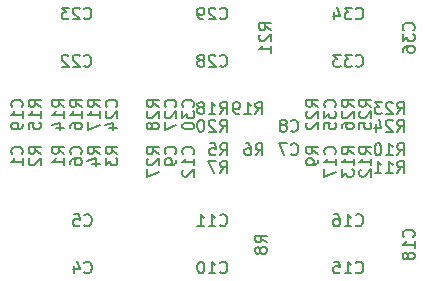
<source format=gbr>
G04 #@! TF.GenerationSoftware,KiCad,Pcbnew,(5.0.1)-rc2*
G04 #@! TF.CreationDate,2019-04-28T00:00:37+02:00*
G04 #@! TF.ProjectId,RIAA,524941412E6B696361645F7063620000,rev?*
G04 #@! TF.SameCoordinates,Original*
G04 #@! TF.FileFunction,Legend,Bot*
G04 #@! TF.FilePolarity,Positive*
%FSLAX46Y46*%
G04 Gerber Fmt 4.6, Leading zero omitted, Abs format (unit mm)*
G04 Created by KiCad (PCBNEW (5.0.1)-rc2) date 28-04-2019 00:00:37*
%MOMM*%
%LPD*%
G01*
G04 APERTURE LIST*
%ADD10C,0.150000*%
G04 APERTURE END LIST*
G04 #@! TO.C,C1*
D10*
X133357142Y-105833333D02*
X133404761Y-105785714D01*
X133452380Y-105642857D01*
X133452380Y-105547619D01*
X133404761Y-105404761D01*
X133309523Y-105309523D01*
X133214285Y-105261904D01*
X133023809Y-105214285D01*
X132880952Y-105214285D01*
X132690476Y-105261904D01*
X132595238Y-105309523D01*
X132500000Y-105404761D01*
X132452380Y-105547619D01*
X132452380Y-105642857D01*
X132500000Y-105785714D01*
X132547619Y-105833333D01*
X133452380Y-106785714D02*
X133452380Y-106214285D01*
X133452380Y-106500000D02*
X132452380Y-106500000D01*
X132595238Y-106404761D01*
X132690476Y-106309523D01*
X132738095Y-106214285D01*
G04 #@! TO.C,C5*
X138666666Y-111857142D02*
X138714285Y-111904761D01*
X138857142Y-111952380D01*
X138952380Y-111952380D01*
X139095238Y-111904761D01*
X139190476Y-111809523D01*
X139238095Y-111714285D01*
X139285714Y-111523809D01*
X139285714Y-111380952D01*
X139238095Y-111190476D01*
X139190476Y-111095238D01*
X139095238Y-111000000D01*
X138952380Y-110952380D01*
X138857142Y-110952380D01*
X138714285Y-111000000D01*
X138666666Y-111047619D01*
X137761904Y-110952380D02*
X138238095Y-110952380D01*
X138285714Y-111428571D01*
X138238095Y-111380952D01*
X138142857Y-111333333D01*
X137904761Y-111333333D01*
X137809523Y-111380952D01*
X137761904Y-111428571D01*
X137714285Y-111523809D01*
X137714285Y-111761904D01*
X137761904Y-111857142D01*
X137809523Y-111904761D01*
X137904761Y-111952380D01*
X138142857Y-111952380D01*
X138238095Y-111904761D01*
X138285714Y-111857142D01*
G04 #@! TO.C,C6*
X138357142Y-105833333D02*
X138404761Y-105785714D01*
X138452380Y-105642857D01*
X138452380Y-105547619D01*
X138404761Y-105404761D01*
X138309523Y-105309523D01*
X138214285Y-105261904D01*
X138023809Y-105214285D01*
X137880952Y-105214285D01*
X137690476Y-105261904D01*
X137595238Y-105309523D01*
X137500000Y-105404761D01*
X137452380Y-105547619D01*
X137452380Y-105642857D01*
X137500000Y-105785714D01*
X137547619Y-105833333D01*
X137452380Y-106690476D02*
X137452380Y-106500000D01*
X137500000Y-106404761D01*
X137547619Y-106357142D01*
X137690476Y-106261904D01*
X137880952Y-106214285D01*
X138261904Y-106214285D01*
X138357142Y-106261904D01*
X138404761Y-106309523D01*
X138452380Y-106404761D01*
X138452380Y-106595238D01*
X138404761Y-106690476D01*
X138357142Y-106738095D01*
X138261904Y-106785714D01*
X138023809Y-106785714D01*
X137928571Y-106738095D01*
X137880952Y-106690476D01*
X137833333Y-106595238D01*
X137833333Y-106404761D01*
X137880952Y-106309523D01*
X137928571Y-106261904D01*
X138023809Y-106214285D01*
G04 #@! TO.C,C11*
X150142857Y-111857142D02*
X150190476Y-111904761D01*
X150333333Y-111952380D01*
X150428571Y-111952380D01*
X150571428Y-111904761D01*
X150666666Y-111809523D01*
X150714285Y-111714285D01*
X150761904Y-111523809D01*
X150761904Y-111380952D01*
X150714285Y-111190476D01*
X150666666Y-111095238D01*
X150571428Y-111000000D01*
X150428571Y-110952380D01*
X150333333Y-110952380D01*
X150190476Y-111000000D01*
X150142857Y-111047619D01*
X149190476Y-111952380D02*
X149761904Y-111952380D01*
X149476190Y-111952380D02*
X149476190Y-110952380D01*
X149571428Y-111095238D01*
X149666666Y-111190476D01*
X149761904Y-111238095D01*
X148238095Y-111952380D02*
X148809523Y-111952380D01*
X148523809Y-111952380D02*
X148523809Y-110952380D01*
X148619047Y-111095238D01*
X148714285Y-111190476D01*
X148809523Y-111238095D01*
G04 #@! TO.C,C15*
X161642857Y-115857142D02*
X161690476Y-115904761D01*
X161833333Y-115952380D01*
X161928571Y-115952380D01*
X162071428Y-115904761D01*
X162166666Y-115809523D01*
X162214285Y-115714285D01*
X162261904Y-115523809D01*
X162261904Y-115380952D01*
X162214285Y-115190476D01*
X162166666Y-115095238D01*
X162071428Y-115000000D01*
X161928571Y-114952380D01*
X161833333Y-114952380D01*
X161690476Y-115000000D01*
X161642857Y-115047619D01*
X160690476Y-115952380D02*
X161261904Y-115952380D01*
X160976190Y-115952380D02*
X160976190Y-114952380D01*
X161071428Y-115095238D01*
X161166666Y-115190476D01*
X161261904Y-115238095D01*
X159785714Y-114952380D02*
X160261904Y-114952380D01*
X160309523Y-115428571D01*
X160261904Y-115380952D01*
X160166666Y-115333333D01*
X159928571Y-115333333D01*
X159833333Y-115380952D01*
X159785714Y-115428571D01*
X159738095Y-115523809D01*
X159738095Y-115761904D01*
X159785714Y-115857142D01*
X159833333Y-115904761D01*
X159928571Y-115952380D01*
X160166666Y-115952380D01*
X160261904Y-115904761D01*
X160309523Y-115857142D01*
G04 #@! TO.C,C16*
X161642857Y-111857142D02*
X161690476Y-111904761D01*
X161833333Y-111952380D01*
X161928571Y-111952380D01*
X162071428Y-111904761D01*
X162166666Y-111809523D01*
X162214285Y-111714285D01*
X162261904Y-111523809D01*
X162261904Y-111380952D01*
X162214285Y-111190476D01*
X162166666Y-111095238D01*
X162071428Y-111000000D01*
X161928571Y-110952380D01*
X161833333Y-110952380D01*
X161690476Y-111000000D01*
X161642857Y-111047619D01*
X160690476Y-111952380D02*
X161261904Y-111952380D01*
X160976190Y-111952380D02*
X160976190Y-110952380D01*
X161071428Y-111095238D01*
X161166666Y-111190476D01*
X161261904Y-111238095D01*
X159833333Y-110952380D02*
X160023809Y-110952380D01*
X160119047Y-111000000D01*
X160166666Y-111047619D01*
X160261904Y-111190476D01*
X160309523Y-111380952D01*
X160309523Y-111761904D01*
X160261904Y-111857142D01*
X160214285Y-111904761D01*
X160119047Y-111952380D01*
X159928571Y-111952380D01*
X159833333Y-111904761D01*
X159785714Y-111857142D01*
X159738095Y-111761904D01*
X159738095Y-111523809D01*
X159785714Y-111428571D01*
X159833333Y-111380952D01*
X159928571Y-111333333D01*
X160119047Y-111333333D01*
X160214285Y-111380952D01*
X160261904Y-111428571D01*
X160309523Y-111523809D01*
G04 #@! TO.C,C22*
X138642857Y-98357142D02*
X138690476Y-98404761D01*
X138833333Y-98452380D01*
X138928571Y-98452380D01*
X139071428Y-98404761D01*
X139166666Y-98309523D01*
X139214285Y-98214285D01*
X139261904Y-98023809D01*
X139261904Y-97880952D01*
X139214285Y-97690476D01*
X139166666Y-97595238D01*
X139071428Y-97500000D01*
X138928571Y-97452380D01*
X138833333Y-97452380D01*
X138690476Y-97500000D01*
X138642857Y-97547619D01*
X138261904Y-97547619D02*
X138214285Y-97500000D01*
X138119047Y-97452380D01*
X137880952Y-97452380D01*
X137785714Y-97500000D01*
X137738095Y-97547619D01*
X137690476Y-97642857D01*
X137690476Y-97738095D01*
X137738095Y-97880952D01*
X138309523Y-98452380D01*
X137690476Y-98452380D01*
X137309523Y-97547619D02*
X137261904Y-97500000D01*
X137166666Y-97452380D01*
X136928571Y-97452380D01*
X136833333Y-97500000D01*
X136785714Y-97547619D01*
X136738095Y-97642857D01*
X136738095Y-97738095D01*
X136785714Y-97880952D01*
X137357142Y-98452380D01*
X136738095Y-98452380D01*
G04 #@! TO.C,C28*
X150142857Y-98357142D02*
X150190476Y-98404761D01*
X150333333Y-98452380D01*
X150428571Y-98452380D01*
X150571428Y-98404761D01*
X150666666Y-98309523D01*
X150714285Y-98214285D01*
X150761904Y-98023809D01*
X150761904Y-97880952D01*
X150714285Y-97690476D01*
X150666666Y-97595238D01*
X150571428Y-97500000D01*
X150428571Y-97452380D01*
X150333333Y-97452380D01*
X150190476Y-97500000D01*
X150142857Y-97547619D01*
X149761904Y-97547619D02*
X149714285Y-97500000D01*
X149619047Y-97452380D01*
X149380952Y-97452380D01*
X149285714Y-97500000D01*
X149238095Y-97547619D01*
X149190476Y-97642857D01*
X149190476Y-97738095D01*
X149238095Y-97880952D01*
X149809523Y-98452380D01*
X149190476Y-98452380D01*
X148619047Y-97880952D02*
X148714285Y-97833333D01*
X148761904Y-97785714D01*
X148809523Y-97690476D01*
X148809523Y-97642857D01*
X148761904Y-97547619D01*
X148714285Y-97500000D01*
X148619047Y-97452380D01*
X148428571Y-97452380D01*
X148333333Y-97500000D01*
X148285714Y-97547619D01*
X148238095Y-97642857D01*
X148238095Y-97690476D01*
X148285714Y-97785714D01*
X148333333Y-97833333D01*
X148428571Y-97880952D01*
X148619047Y-97880952D01*
X148714285Y-97928571D01*
X148761904Y-97976190D01*
X148809523Y-98071428D01*
X148809523Y-98261904D01*
X148761904Y-98357142D01*
X148714285Y-98404761D01*
X148619047Y-98452380D01*
X148428571Y-98452380D01*
X148333333Y-98404761D01*
X148285714Y-98357142D01*
X148238095Y-98261904D01*
X148238095Y-98071428D01*
X148285714Y-97976190D01*
X148333333Y-97928571D01*
X148428571Y-97880952D01*
G04 #@! TO.C,C29*
X150142857Y-94357142D02*
X150190476Y-94404761D01*
X150333333Y-94452380D01*
X150428571Y-94452380D01*
X150571428Y-94404761D01*
X150666666Y-94309523D01*
X150714285Y-94214285D01*
X150761904Y-94023809D01*
X150761904Y-93880952D01*
X150714285Y-93690476D01*
X150666666Y-93595238D01*
X150571428Y-93500000D01*
X150428571Y-93452380D01*
X150333333Y-93452380D01*
X150190476Y-93500000D01*
X150142857Y-93547619D01*
X149761904Y-93547619D02*
X149714285Y-93500000D01*
X149619047Y-93452380D01*
X149380952Y-93452380D01*
X149285714Y-93500000D01*
X149238095Y-93547619D01*
X149190476Y-93642857D01*
X149190476Y-93738095D01*
X149238095Y-93880952D01*
X149809523Y-94452380D01*
X149190476Y-94452380D01*
X148714285Y-94452380D02*
X148523809Y-94452380D01*
X148428571Y-94404761D01*
X148380952Y-94357142D01*
X148285714Y-94214285D01*
X148238095Y-94023809D01*
X148238095Y-93642857D01*
X148285714Y-93547619D01*
X148333333Y-93500000D01*
X148428571Y-93452380D01*
X148619047Y-93452380D01*
X148714285Y-93500000D01*
X148761904Y-93547619D01*
X148809523Y-93642857D01*
X148809523Y-93880952D01*
X148761904Y-93976190D01*
X148714285Y-94023809D01*
X148619047Y-94071428D01*
X148428571Y-94071428D01*
X148333333Y-94023809D01*
X148285714Y-93976190D01*
X148238095Y-93880952D01*
G04 #@! TO.C,C30*
X147857142Y-101857142D02*
X147904761Y-101809523D01*
X147952380Y-101666666D01*
X147952380Y-101571428D01*
X147904761Y-101428571D01*
X147809523Y-101333333D01*
X147714285Y-101285714D01*
X147523809Y-101238095D01*
X147380952Y-101238095D01*
X147190476Y-101285714D01*
X147095238Y-101333333D01*
X147000000Y-101428571D01*
X146952380Y-101571428D01*
X146952380Y-101666666D01*
X147000000Y-101809523D01*
X147047619Y-101857142D01*
X146952380Y-102190476D02*
X146952380Y-102809523D01*
X147333333Y-102476190D01*
X147333333Y-102619047D01*
X147380952Y-102714285D01*
X147428571Y-102761904D01*
X147523809Y-102809523D01*
X147761904Y-102809523D01*
X147857142Y-102761904D01*
X147904761Y-102714285D01*
X147952380Y-102619047D01*
X147952380Y-102333333D01*
X147904761Y-102238095D01*
X147857142Y-102190476D01*
X146952380Y-103428571D02*
X146952380Y-103523809D01*
X147000000Y-103619047D01*
X147047619Y-103666666D01*
X147142857Y-103714285D01*
X147333333Y-103761904D01*
X147571428Y-103761904D01*
X147761904Y-103714285D01*
X147857142Y-103666666D01*
X147904761Y-103619047D01*
X147952380Y-103523809D01*
X147952380Y-103428571D01*
X147904761Y-103333333D01*
X147857142Y-103285714D01*
X147761904Y-103238095D01*
X147571428Y-103190476D01*
X147333333Y-103190476D01*
X147142857Y-103238095D01*
X147047619Y-103285714D01*
X147000000Y-103333333D01*
X146952380Y-103428571D01*
G04 #@! TO.C,R1*
X136952380Y-105833333D02*
X136476190Y-105500000D01*
X136952380Y-105261904D02*
X135952380Y-105261904D01*
X135952380Y-105642857D01*
X136000000Y-105738095D01*
X136047619Y-105785714D01*
X136142857Y-105833333D01*
X136285714Y-105833333D01*
X136380952Y-105785714D01*
X136428571Y-105738095D01*
X136476190Y-105642857D01*
X136476190Y-105261904D01*
X136952380Y-106785714D02*
X136952380Y-106214285D01*
X136952380Y-106500000D02*
X135952380Y-106500000D01*
X136095238Y-106404761D01*
X136190476Y-106309523D01*
X136238095Y-106214285D01*
G04 #@! TO.C,R2*
X134952380Y-105833333D02*
X134476190Y-105500000D01*
X134952380Y-105261904D02*
X133952380Y-105261904D01*
X133952380Y-105642857D01*
X134000000Y-105738095D01*
X134047619Y-105785714D01*
X134142857Y-105833333D01*
X134285714Y-105833333D01*
X134380952Y-105785714D01*
X134428571Y-105738095D01*
X134476190Y-105642857D01*
X134476190Y-105261904D01*
X134047619Y-106214285D02*
X134000000Y-106261904D01*
X133952380Y-106357142D01*
X133952380Y-106595238D01*
X134000000Y-106690476D01*
X134047619Y-106738095D01*
X134142857Y-106785714D01*
X134238095Y-106785714D01*
X134380952Y-106738095D01*
X134952380Y-106166666D01*
X134952380Y-106785714D01*
G04 #@! TO.C,R3*
X141452380Y-105833333D02*
X140976190Y-105500000D01*
X141452380Y-105261904D02*
X140452380Y-105261904D01*
X140452380Y-105642857D01*
X140500000Y-105738095D01*
X140547619Y-105785714D01*
X140642857Y-105833333D01*
X140785714Y-105833333D01*
X140880952Y-105785714D01*
X140928571Y-105738095D01*
X140976190Y-105642857D01*
X140976190Y-105261904D01*
X140452380Y-106166666D02*
X140452380Y-106785714D01*
X140833333Y-106452380D01*
X140833333Y-106595238D01*
X140880952Y-106690476D01*
X140928571Y-106738095D01*
X141023809Y-106785714D01*
X141261904Y-106785714D01*
X141357142Y-106738095D01*
X141404761Y-106690476D01*
X141452380Y-106595238D01*
X141452380Y-106309523D01*
X141404761Y-106214285D01*
X141357142Y-106166666D01*
G04 #@! TO.C,R4*
X139952380Y-105833333D02*
X139476190Y-105500000D01*
X139952380Y-105261904D02*
X138952380Y-105261904D01*
X138952380Y-105642857D01*
X139000000Y-105738095D01*
X139047619Y-105785714D01*
X139142857Y-105833333D01*
X139285714Y-105833333D01*
X139380952Y-105785714D01*
X139428571Y-105738095D01*
X139476190Y-105642857D01*
X139476190Y-105261904D01*
X139285714Y-106690476D02*
X139952380Y-106690476D01*
X138904761Y-106452380D02*
X139619047Y-106214285D01*
X139619047Y-106833333D01*
G04 #@! TO.C,R5*
X150166666Y-105952380D02*
X150500000Y-105476190D01*
X150738095Y-105952380D02*
X150738095Y-104952380D01*
X150357142Y-104952380D01*
X150261904Y-105000000D01*
X150214285Y-105047619D01*
X150166666Y-105142857D01*
X150166666Y-105285714D01*
X150214285Y-105380952D01*
X150261904Y-105428571D01*
X150357142Y-105476190D01*
X150738095Y-105476190D01*
X149261904Y-104952380D02*
X149738095Y-104952380D01*
X149785714Y-105428571D01*
X149738095Y-105380952D01*
X149642857Y-105333333D01*
X149404761Y-105333333D01*
X149309523Y-105380952D01*
X149261904Y-105428571D01*
X149214285Y-105523809D01*
X149214285Y-105761904D01*
X149261904Y-105857142D01*
X149309523Y-105904761D01*
X149404761Y-105952380D01*
X149642857Y-105952380D01*
X149738095Y-105904761D01*
X149785714Y-105857142D01*
G04 #@! TO.C,R6*
X153166666Y-105952380D02*
X153500000Y-105476190D01*
X153738095Y-105952380D02*
X153738095Y-104952380D01*
X153357142Y-104952380D01*
X153261904Y-105000000D01*
X153214285Y-105047619D01*
X153166666Y-105142857D01*
X153166666Y-105285714D01*
X153214285Y-105380952D01*
X153261904Y-105428571D01*
X153357142Y-105476190D01*
X153738095Y-105476190D01*
X152309523Y-104952380D02*
X152500000Y-104952380D01*
X152595238Y-105000000D01*
X152642857Y-105047619D01*
X152738095Y-105190476D01*
X152785714Y-105380952D01*
X152785714Y-105761904D01*
X152738095Y-105857142D01*
X152690476Y-105904761D01*
X152595238Y-105952380D01*
X152404761Y-105952380D01*
X152309523Y-105904761D01*
X152261904Y-105857142D01*
X152214285Y-105761904D01*
X152214285Y-105523809D01*
X152261904Y-105428571D01*
X152309523Y-105380952D01*
X152404761Y-105333333D01*
X152595238Y-105333333D01*
X152690476Y-105380952D01*
X152738095Y-105428571D01*
X152785714Y-105523809D01*
G04 #@! TO.C,R7*
X150166666Y-107452380D02*
X150500000Y-106976190D01*
X150738095Y-107452380D02*
X150738095Y-106452380D01*
X150357142Y-106452380D01*
X150261904Y-106500000D01*
X150214285Y-106547619D01*
X150166666Y-106642857D01*
X150166666Y-106785714D01*
X150214285Y-106880952D01*
X150261904Y-106928571D01*
X150357142Y-106976190D01*
X150738095Y-106976190D01*
X149833333Y-106452380D02*
X149166666Y-106452380D01*
X149595238Y-107452380D01*
G04 #@! TO.C,R8*
X154122380Y-113333333D02*
X153646190Y-113000000D01*
X154122380Y-112761904D02*
X153122380Y-112761904D01*
X153122380Y-113142857D01*
X153170000Y-113238095D01*
X153217619Y-113285714D01*
X153312857Y-113333333D01*
X153455714Y-113333333D01*
X153550952Y-113285714D01*
X153598571Y-113238095D01*
X153646190Y-113142857D01*
X153646190Y-112761904D01*
X153550952Y-113904761D02*
X153503333Y-113809523D01*
X153455714Y-113761904D01*
X153360476Y-113714285D01*
X153312857Y-113714285D01*
X153217619Y-113761904D01*
X153170000Y-113809523D01*
X153122380Y-113904761D01*
X153122380Y-114095238D01*
X153170000Y-114190476D01*
X153217619Y-114238095D01*
X153312857Y-114285714D01*
X153360476Y-114285714D01*
X153455714Y-114238095D01*
X153503333Y-114190476D01*
X153550952Y-114095238D01*
X153550952Y-113904761D01*
X153598571Y-113809523D01*
X153646190Y-113761904D01*
X153741428Y-113714285D01*
X153931904Y-113714285D01*
X154027142Y-113761904D01*
X154074761Y-113809523D01*
X154122380Y-113904761D01*
X154122380Y-114095238D01*
X154074761Y-114190476D01*
X154027142Y-114238095D01*
X153931904Y-114285714D01*
X153741428Y-114285714D01*
X153646190Y-114238095D01*
X153598571Y-114190476D01*
X153550952Y-114095238D01*
G04 #@! TO.C,R9*
X158452380Y-105833333D02*
X157976190Y-105500000D01*
X158452380Y-105261904D02*
X157452380Y-105261904D01*
X157452380Y-105642857D01*
X157500000Y-105738095D01*
X157547619Y-105785714D01*
X157642857Y-105833333D01*
X157785714Y-105833333D01*
X157880952Y-105785714D01*
X157928571Y-105738095D01*
X157976190Y-105642857D01*
X157976190Y-105261904D01*
X158452380Y-106309523D02*
X158452380Y-106500000D01*
X158404761Y-106595238D01*
X158357142Y-106642857D01*
X158214285Y-106738095D01*
X158023809Y-106785714D01*
X157642857Y-106785714D01*
X157547619Y-106738095D01*
X157500000Y-106690476D01*
X157452380Y-106595238D01*
X157452380Y-106404761D01*
X157500000Y-106309523D01*
X157547619Y-106261904D01*
X157642857Y-106214285D01*
X157880952Y-106214285D01*
X157976190Y-106261904D01*
X158023809Y-106309523D01*
X158071428Y-106404761D01*
X158071428Y-106595238D01*
X158023809Y-106690476D01*
X157976190Y-106738095D01*
X157880952Y-106785714D01*
G04 #@! TO.C,R10*
X165142857Y-105952380D02*
X165476190Y-105476190D01*
X165714285Y-105952380D02*
X165714285Y-104952380D01*
X165333333Y-104952380D01*
X165238095Y-105000000D01*
X165190476Y-105047619D01*
X165142857Y-105142857D01*
X165142857Y-105285714D01*
X165190476Y-105380952D01*
X165238095Y-105428571D01*
X165333333Y-105476190D01*
X165714285Y-105476190D01*
X164190476Y-105952380D02*
X164761904Y-105952380D01*
X164476190Y-105952380D02*
X164476190Y-104952380D01*
X164571428Y-105095238D01*
X164666666Y-105190476D01*
X164761904Y-105238095D01*
X163571428Y-104952380D02*
X163476190Y-104952380D01*
X163380952Y-105000000D01*
X163333333Y-105047619D01*
X163285714Y-105142857D01*
X163238095Y-105333333D01*
X163238095Y-105571428D01*
X163285714Y-105761904D01*
X163333333Y-105857142D01*
X163380952Y-105904761D01*
X163476190Y-105952380D01*
X163571428Y-105952380D01*
X163666666Y-105904761D01*
X163714285Y-105857142D01*
X163761904Y-105761904D01*
X163809523Y-105571428D01*
X163809523Y-105333333D01*
X163761904Y-105142857D01*
X163714285Y-105047619D01*
X163666666Y-105000000D01*
X163571428Y-104952380D01*
G04 #@! TO.C,R11*
X165142857Y-107452380D02*
X165476190Y-106976190D01*
X165714285Y-107452380D02*
X165714285Y-106452380D01*
X165333333Y-106452380D01*
X165238095Y-106500000D01*
X165190476Y-106547619D01*
X165142857Y-106642857D01*
X165142857Y-106785714D01*
X165190476Y-106880952D01*
X165238095Y-106928571D01*
X165333333Y-106976190D01*
X165714285Y-106976190D01*
X164190476Y-107452380D02*
X164761904Y-107452380D01*
X164476190Y-107452380D02*
X164476190Y-106452380D01*
X164571428Y-106595238D01*
X164666666Y-106690476D01*
X164761904Y-106738095D01*
X163238095Y-107452380D02*
X163809523Y-107452380D01*
X163523809Y-107452380D02*
X163523809Y-106452380D01*
X163619047Y-106595238D01*
X163714285Y-106690476D01*
X163809523Y-106738095D01*
G04 #@! TO.C,R12*
X162952380Y-105857142D02*
X162476190Y-105523809D01*
X162952380Y-105285714D02*
X161952380Y-105285714D01*
X161952380Y-105666666D01*
X162000000Y-105761904D01*
X162047619Y-105809523D01*
X162142857Y-105857142D01*
X162285714Y-105857142D01*
X162380952Y-105809523D01*
X162428571Y-105761904D01*
X162476190Y-105666666D01*
X162476190Y-105285714D01*
X162952380Y-106809523D02*
X162952380Y-106238095D01*
X162952380Y-106523809D02*
X161952380Y-106523809D01*
X162095238Y-106428571D01*
X162190476Y-106333333D01*
X162238095Y-106238095D01*
X162047619Y-107190476D02*
X162000000Y-107238095D01*
X161952380Y-107333333D01*
X161952380Y-107571428D01*
X162000000Y-107666666D01*
X162047619Y-107714285D01*
X162142857Y-107761904D01*
X162238095Y-107761904D01*
X162380952Y-107714285D01*
X162952380Y-107142857D01*
X162952380Y-107761904D01*
G04 #@! TO.C,R13*
X161452380Y-105857142D02*
X160976190Y-105523809D01*
X161452380Y-105285714D02*
X160452380Y-105285714D01*
X160452380Y-105666666D01*
X160500000Y-105761904D01*
X160547619Y-105809523D01*
X160642857Y-105857142D01*
X160785714Y-105857142D01*
X160880952Y-105809523D01*
X160928571Y-105761904D01*
X160976190Y-105666666D01*
X160976190Y-105285714D01*
X161452380Y-106809523D02*
X161452380Y-106238095D01*
X161452380Y-106523809D02*
X160452380Y-106523809D01*
X160595238Y-106428571D01*
X160690476Y-106333333D01*
X160738095Y-106238095D01*
X160452380Y-107142857D02*
X160452380Y-107761904D01*
X160833333Y-107428571D01*
X160833333Y-107571428D01*
X160880952Y-107666666D01*
X160928571Y-107714285D01*
X161023809Y-107761904D01*
X161261904Y-107761904D01*
X161357142Y-107714285D01*
X161404761Y-107666666D01*
X161452380Y-107571428D01*
X161452380Y-107285714D01*
X161404761Y-107190476D01*
X161357142Y-107142857D01*
G04 #@! TO.C,R14*
X136952380Y-101857142D02*
X136476190Y-101523809D01*
X136952380Y-101285714D02*
X135952380Y-101285714D01*
X135952380Y-101666666D01*
X136000000Y-101761904D01*
X136047619Y-101809523D01*
X136142857Y-101857142D01*
X136285714Y-101857142D01*
X136380952Y-101809523D01*
X136428571Y-101761904D01*
X136476190Y-101666666D01*
X136476190Y-101285714D01*
X136952380Y-102809523D02*
X136952380Y-102238095D01*
X136952380Y-102523809D02*
X135952380Y-102523809D01*
X136095238Y-102428571D01*
X136190476Y-102333333D01*
X136238095Y-102238095D01*
X136285714Y-103666666D02*
X136952380Y-103666666D01*
X135904761Y-103428571D02*
X136619047Y-103190476D01*
X136619047Y-103809523D01*
G04 #@! TO.C,R15*
X134952380Y-101857142D02*
X134476190Y-101523809D01*
X134952380Y-101285714D02*
X133952380Y-101285714D01*
X133952380Y-101666666D01*
X134000000Y-101761904D01*
X134047619Y-101809523D01*
X134142857Y-101857142D01*
X134285714Y-101857142D01*
X134380952Y-101809523D01*
X134428571Y-101761904D01*
X134476190Y-101666666D01*
X134476190Y-101285714D01*
X134952380Y-102809523D02*
X134952380Y-102238095D01*
X134952380Y-102523809D02*
X133952380Y-102523809D01*
X134095238Y-102428571D01*
X134190476Y-102333333D01*
X134238095Y-102238095D01*
X133952380Y-103714285D02*
X133952380Y-103238095D01*
X134428571Y-103190476D01*
X134380952Y-103238095D01*
X134333333Y-103333333D01*
X134333333Y-103571428D01*
X134380952Y-103666666D01*
X134428571Y-103714285D01*
X134523809Y-103761904D01*
X134761904Y-103761904D01*
X134857142Y-103714285D01*
X134904761Y-103666666D01*
X134952380Y-103571428D01*
X134952380Y-103333333D01*
X134904761Y-103238095D01*
X134857142Y-103190476D01*
G04 #@! TO.C,R16*
X138452380Y-101857142D02*
X137976190Y-101523809D01*
X138452380Y-101285714D02*
X137452380Y-101285714D01*
X137452380Y-101666666D01*
X137500000Y-101761904D01*
X137547619Y-101809523D01*
X137642857Y-101857142D01*
X137785714Y-101857142D01*
X137880952Y-101809523D01*
X137928571Y-101761904D01*
X137976190Y-101666666D01*
X137976190Y-101285714D01*
X138452380Y-102809523D02*
X138452380Y-102238095D01*
X138452380Y-102523809D02*
X137452380Y-102523809D01*
X137595238Y-102428571D01*
X137690476Y-102333333D01*
X137738095Y-102238095D01*
X137452380Y-103666666D02*
X137452380Y-103476190D01*
X137500000Y-103380952D01*
X137547619Y-103333333D01*
X137690476Y-103238095D01*
X137880952Y-103190476D01*
X138261904Y-103190476D01*
X138357142Y-103238095D01*
X138404761Y-103285714D01*
X138452380Y-103380952D01*
X138452380Y-103571428D01*
X138404761Y-103666666D01*
X138357142Y-103714285D01*
X138261904Y-103761904D01*
X138023809Y-103761904D01*
X137928571Y-103714285D01*
X137880952Y-103666666D01*
X137833333Y-103571428D01*
X137833333Y-103380952D01*
X137880952Y-103285714D01*
X137928571Y-103238095D01*
X138023809Y-103190476D01*
G04 #@! TO.C,R17*
X139952380Y-101857142D02*
X139476190Y-101523809D01*
X139952380Y-101285714D02*
X138952380Y-101285714D01*
X138952380Y-101666666D01*
X139000000Y-101761904D01*
X139047619Y-101809523D01*
X139142857Y-101857142D01*
X139285714Y-101857142D01*
X139380952Y-101809523D01*
X139428571Y-101761904D01*
X139476190Y-101666666D01*
X139476190Y-101285714D01*
X139952380Y-102809523D02*
X139952380Y-102238095D01*
X139952380Y-102523809D02*
X138952380Y-102523809D01*
X139095238Y-102428571D01*
X139190476Y-102333333D01*
X139238095Y-102238095D01*
X138952380Y-103142857D02*
X138952380Y-103809523D01*
X139952380Y-103380952D01*
G04 #@! TO.C,R18*
X150142857Y-102452380D02*
X150476190Y-101976190D01*
X150714285Y-102452380D02*
X150714285Y-101452380D01*
X150333333Y-101452380D01*
X150238095Y-101500000D01*
X150190476Y-101547619D01*
X150142857Y-101642857D01*
X150142857Y-101785714D01*
X150190476Y-101880952D01*
X150238095Y-101928571D01*
X150333333Y-101976190D01*
X150714285Y-101976190D01*
X149190476Y-102452380D02*
X149761904Y-102452380D01*
X149476190Y-102452380D02*
X149476190Y-101452380D01*
X149571428Y-101595238D01*
X149666666Y-101690476D01*
X149761904Y-101738095D01*
X148619047Y-101880952D02*
X148714285Y-101833333D01*
X148761904Y-101785714D01*
X148809523Y-101690476D01*
X148809523Y-101642857D01*
X148761904Y-101547619D01*
X148714285Y-101500000D01*
X148619047Y-101452380D01*
X148428571Y-101452380D01*
X148333333Y-101500000D01*
X148285714Y-101547619D01*
X148238095Y-101642857D01*
X148238095Y-101690476D01*
X148285714Y-101785714D01*
X148333333Y-101833333D01*
X148428571Y-101880952D01*
X148619047Y-101880952D01*
X148714285Y-101928571D01*
X148761904Y-101976190D01*
X148809523Y-102071428D01*
X148809523Y-102261904D01*
X148761904Y-102357142D01*
X148714285Y-102404761D01*
X148619047Y-102452380D01*
X148428571Y-102452380D01*
X148333333Y-102404761D01*
X148285714Y-102357142D01*
X148238095Y-102261904D01*
X148238095Y-102071428D01*
X148285714Y-101976190D01*
X148333333Y-101928571D01*
X148428571Y-101880952D01*
G04 #@! TO.C,C4*
X138666666Y-115857142D02*
X138714285Y-115904761D01*
X138857142Y-115952380D01*
X138952380Y-115952380D01*
X139095238Y-115904761D01*
X139190476Y-115809523D01*
X139238095Y-115714285D01*
X139285714Y-115523809D01*
X139285714Y-115380952D01*
X139238095Y-115190476D01*
X139190476Y-115095238D01*
X139095238Y-115000000D01*
X138952380Y-114952380D01*
X138857142Y-114952380D01*
X138714285Y-115000000D01*
X138666666Y-115047619D01*
X137809523Y-115285714D02*
X137809523Y-115952380D01*
X138047619Y-114904761D02*
X138285714Y-115619047D01*
X137666666Y-115619047D01*
G04 #@! TO.C,C9*
X146357142Y-105833333D02*
X146404761Y-105785714D01*
X146452380Y-105642857D01*
X146452380Y-105547619D01*
X146404761Y-105404761D01*
X146309523Y-105309523D01*
X146214285Y-105261904D01*
X146023809Y-105214285D01*
X145880952Y-105214285D01*
X145690476Y-105261904D01*
X145595238Y-105309523D01*
X145500000Y-105404761D01*
X145452380Y-105547619D01*
X145452380Y-105642857D01*
X145500000Y-105785714D01*
X145547619Y-105833333D01*
X146452380Y-106309523D02*
X146452380Y-106500000D01*
X146404761Y-106595238D01*
X146357142Y-106642857D01*
X146214285Y-106738095D01*
X146023809Y-106785714D01*
X145642857Y-106785714D01*
X145547619Y-106738095D01*
X145500000Y-106690476D01*
X145452380Y-106595238D01*
X145452380Y-106404761D01*
X145500000Y-106309523D01*
X145547619Y-106261904D01*
X145642857Y-106214285D01*
X145880952Y-106214285D01*
X145976190Y-106261904D01*
X146023809Y-106309523D01*
X146071428Y-106404761D01*
X146071428Y-106595238D01*
X146023809Y-106690476D01*
X145976190Y-106738095D01*
X145880952Y-106785714D01*
G04 #@! TO.C,C10*
X150142857Y-115857142D02*
X150190476Y-115904761D01*
X150333333Y-115952380D01*
X150428571Y-115952380D01*
X150571428Y-115904761D01*
X150666666Y-115809523D01*
X150714285Y-115714285D01*
X150761904Y-115523809D01*
X150761904Y-115380952D01*
X150714285Y-115190476D01*
X150666666Y-115095238D01*
X150571428Y-115000000D01*
X150428571Y-114952380D01*
X150333333Y-114952380D01*
X150190476Y-115000000D01*
X150142857Y-115047619D01*
X149190476Y-115952380D02*
X149761904Y-115952380D01*
X149476190Y-115952380D02*
X149476190Y-114952380D01*
X149571428Y-115095238D01*
X149666666Y-115190476D01*
X149761904Y-115238095D01*
X148571428Y-114952380D02*
X148476190Y-114952380D01*
X148380952Y-115000000D01*
X148333333Y-115047619D01*
X148285714Y-115142857D01*
X148238095Y-115333333D01*
X148238095Y-115571428D01*
X148285714Y-115761904D01*
X148333333Y-115857142D01*
X148380952Y-115904761D01*
X148476190Y-115952380D01*
X148571428Y-115952380D01*
X148666666Y-115904761D01*
X148714285Y-115857142D01*
X148761904Y-115761904D01*
X148809523Y-115571428D01*
X148809523Y-115333333D01*
X148761904Y-115142857D01*
X148714285Y-115047619D01*
X148666666Y-115000000D01*
X148571428Y-114952380D01*
G04 #@! TO.C,C12*
X147857142Y-105857142D02*
X147904761Y-105809523D01*
X147952380Y-105666666D01*
X147952380Y-105571428D01*
X147904761Y-105428571D01*
X147809523Y-105333333D01*
X147714285Y-105285714D01*
X147523809Y-105238095D01*
X147380952Y-105238095D01*
X147190476Y-105285714D01*
X147095238Y-105333333D01*
X147000000Y-105428571D01*
X146952380Y-105571428D01*
X146952380Y-105666666D01*
X147000000Y-105809523D01*
X147047619Y-105857142D01*
X147952380Y-106809523D02*
X147952380Y-106238095D01*
X147952380Y-106523809D02*
X146952380Y-106523809D01*
X147095238Y-106428571D01*
X147190476Y-106333333D01*
X147238095Y-106238095D01*
X147047619Y-107190476D02*
X147000000Y-107238095D01*
X146952380Y-107333333D01*
X146952380Y-107571428D01*
X147000000Y-107666666D01*
X147047619Y-107714285D01*
X147142857Y-107761904D01*
X147238095Y-107761904D01*
X147380952Y-107714285D01*
X147952380Y-107142857D01*
X147952380Y-107761904D01*
G04 #@! TO.C,C17*
X159857142Y-105857142D02*
X159904761Y-105809523D01*
X159952380Y-105666666D01*
X159952380Y-105571428D01*
X159904761Y-105428571D01*
X159809523Y-105333333D01*
X159714285Y-105285714D01*
X159523809Y-105238095D01*
X159380952Y-105238095D01*
X159190476Y-105285714D01*
X159095238Y-105333333D01*
X159000000Y-105428571D01*
X158952380Y-105571428D01*
X158952380Y-105666666D01*
X159000000Y-105809523D01*
X159047619Y-105857142D01*
X159952380Y-106809523D02*
X159952380Y-106238095D01*
X159952380Y-106523809D02*
X158952380Y-106523809D01*
X159095238Y-106428571D01*
X159190476Y-106333333D01*
X159238095Y-106238095D01*
X158952380Y-107142857D02*
X158952380Y-107809523D01*
X159952380Y-107380952D01*
G04 #@! TO.C,C18*
X166527142Y-112857142D02*
X166574761Y-112809523D01*
X166622380Y-112666666D01*
X166622380Y-112571428D01*
X166574761Y-112428571D01*
X166479523Y-112333333D01*
X166384285Y-112285714D01*
X166193809Y-112238095D01*
X166050952Y-112238095D01*
X165860476Y-112285714D01*
X165765238Y-112333333D01*
X165670000Y-112428571D01*
X165622380Y-112571428D01*
X165622380Y-112666666D01*
X165670000Y-112809523D01*
X165717619Y-112857142D01*
X166622380Y-113809523D02*
X166622380Y-113238095D01*
X166622380Y-113523809D02*
X165622380Y-113523809D01*
X165765238Y-113428571D01*
X165860476Y-113333333D01*
X165908095Y-113238095D01*
X166050952Y-114380952D02*
X166003333Y-114285714D01*
X165955714Y-114238095D01*
X165860476Y-114190476D01*
X165812857Y-114190476D01*
X165717619Y-114238095D01*
X165670000Y-114285714D01*
X165622380Y-114380952D01*
X165622380Y-114571428D01*
X165670000Y-114666666D01*
X165717619Y-114714285D01*
X165812857Y-114761904D01*
X165860476Y-114761904D01*
X165955714Y-114714285D01*
X166003333Y-114666666D01*
X166050952Y-114571428D01*
X166050952Y-114380952D01*
X166098571Y-114285714D01*
X166146190Y-114238095D01*
X166241428Y-114190476D01*
X166431904Y-114190476D01*
X166527142Y-114238095D01*
X166574761Y-114285714D01*
X166622380Y-114380952D01*
X166622380Y-114571428D01*
X166574761Y-114666666D01*
X166527142Y-114714285D01*
X166431904Y-114761904D01*
X166241428Y-114761904D01*
X166146190Y-114714285D01*
X166098571Y-114666666D01*
X166050952Y-114571428D01*
G04 #@! TO.C,C19*
X133357142Y-101857142D02*
X133404761Y-101809523D01*
X133452380Y-101666666D01*
X133452380Y-101571428D01*
X133404761Y-101428571D01*
X133309523Y-101333333D01*
X133214285Y-101285714D01*
X133023809Y-101238095D01*
X132880952Y-101238095D01*
X132690476Y-101285714D01*
X132595238Y-101333333D01*
X132500000Y-101428571D01*
X132452380Y-101571428D01*
X132452380Y-101666666D01*
X132500000Y-101809523D01*
X132547619Y-101857142D01*
X133452380Y-102809523D02*
X133452380Y-102238095D01*
X133452380Y-102523809D02*
X132452380Y-102523809D01*
X132595238Y-102428571D01*
X132690476Y-102333333D01*
X132738095Y-102238095D01*
X133452380Y-103285714D02*
X133452380Y-103476190D01*
X133404761Y-103571428D01*
X133357142Y-103619047D01*
X133214285Y-103714285D01*
X133023809Y-103761904D01*
X132642857Y-103761904D01*
X132547619Y-103714285D01*
X132500000Y-103666666D01*
X132452380Y-103571428D01*
X132452380Y-103380952D01*
X132500000Y-103285714D01*
X132547619Y-103238095D01*
X132642857Y-103190476D01*
X132880952Y-103190476D01*
X132976190Y-103238095D01*
X133023809Y-103285714D01*
X133071428Y-103380952D01*
X133071428Y-103571428D01*
X133023809Y-103666666D01*
X132976190Y-103714285D01*
X132880952Y-103761904D01*
G04 #@! TO.C,C23*
X138642857Y-94357142D02*
X138690476Y-94404761D01*
X138833333Y-94452380D01*
X138928571Y-94452380D01*
X139071428Y-94404761D01*
X139166666Y-94309523D01*
X139214285Y-94214285D01*
X139261904Y-94023809D01*
X139261904Y-93880952D01*
X139214285Y-93690476D01*
X139166666Y-93595238D01*
X139071428Y-93500000D01*
X138928571Y-93452380D01*
X138833333Y-93452380D01*
X138690476Y-93500000D01*
X138642857Y-93547619D01*
X138261904Y-93547619D02*
X138214285Y-93500000D01*
X138119047Y-93452380D01*
X137880952Y-93452380D01*
X137785714Y-93500000D01*
X137738095Y-93547619D01*
X137690476Y-93642857D01*
X137690476Y-93738095D01*
X137738095Y-93880952D01*
X138309523Y-94452380D01*
X137690476Y-94452380D01*
X137357142Y-93452380D02*
X136738095Y-93452380D01*
X137071428Y-93833333D01*
X136928571Y-93833333D01*
X136833333Y-93880952D01*
X136785714Y-93928571D01*
X136738095Y-94023809D01*
X136738095Y-94261904D01*
X136785714Y-94357142D01*
X136833333Y-94404761D01*
X136928571Y-94452380D01*
X137214285Y-94452380D01*
X137309523Y-94404761D01*
X137357142Y-94357142D01*
G04 #@! TO.C,C24*
X141357142Y-101857142D02*
X141404761Y-101809523D01*
X141452380Y-101666666D01*
X141452380Y-101571428D01*
X141404761Y-101428571D01*
X141309523Y-101333333D01*
X141214285Y-101285714D01*
X141023809Y-101238095D01*
X140880952Y-101238095D01*
X140690476Y-101285714D01*
X140595238Y-101333333D01*
X140500000Y-101428571D01*
X140452380Y-101571428D01*
X140452380Y-101666666D01*
X140500000Y-101809523D01*
X140547619Y-101857142D01*
X140547619Y-102238095D02*
X140500000Y-102285714D01*
X140452380Y-102380952D01*
X140452380Y-102619047D01*
X140500000Y-102714285D01*
X140547619Y-102761904D01*
X140642857Y-102809523D01*
X140738095Y-102809523D01*
X140880952Y-102761904D01*
X141452380Y-102190476D01*
X141452380Y-102809523D01*
X140785714Y-103666666D02*
X141452380Y-103666666D01*
X140404761Y-103428571D02*
X141119047Y-103190476D01*
X141119047Y-103809523D01*
G04 #@! TO.C,C27*
X146357142Y-101857142D02*
X146404761Y-101809523D01*
X146452380Y-101666666D01*
X146452380Y-101571428D01*
X146404761Y-101428571D01*
X146309523Y-101333333D01*
X146214285Y-101285714D01*
X146023809Y-101238095D01*
X145880952Y-101238095D01*
X145690476Y-101285714D01*
X145595238Y-101333333D01*
X145500000Y-101428571D01*
X145452380Y-101571428D01*
X145452380Y-101666666D01*
X145500000Y-101809523D01*
X145547619Y-101857142D01*
X145547619Y-102238095D02*
X145500000Y-102285714D01*
X145452380Y-102380952D01*
X145452380Y-102619047D01*
X145500000Y-102714285D01*
X145547619Y-102761904D01*
X145642857Y-102809523D01*
X145738095Y-102809523D01*
X145880952Y-102761904D01*
X146452380Y-102190476D01*
X146452380Y-102809523D01*
X145452380Y-103142857D02*
X145452380Y-103809523D01*
X146452380Y-103380952D01*
G04 #@! TO.C,C33*
X161642857Y-98357142D02*
X161690476Y-98404761D01*
X161833333Y-98452380D01*
X161928571Y-98452380D01*
X162071428Y-98404761D01*
X162166666Y-98309523D01*
X162214285Y-98214285D01*
X162261904Y-98023809D01*
X162261904Y-97880952D01*
X162214285Y-97690476D01*
X162166666Y-97595238D01*
X162071428Y-97500000D01*
X161928571Y-97452380D01*
X161833333Y-97452380D01*
X161690476Y-97500000D01*
X161642857Y-97547619D01*
X161309523Y-97452380D02*
X160690476Y-97452380D01*
X161023809Y-97833333D01*
X160880952Y-97833333D01*
X160785714Y-97880952D01*
X160738095Y-97928571D01*
X160690476Y-98023809D01*
X160690476Y-98261904D01*
X160738095Y-98357142D01*
X160785714Y-98404761D01*
X160880952Y-98452380D01*
X161166666Y-98452380D01*
X161261904Y-98404761D01*
X161309523Y-98357142D01*
X160357142Y-97452380D02*
X159738095Y-97452380D01*
X160071428Y-97833333D01*
X159928571Y-97833333D01*
X159833333Y-97880952D01*
X159785714Y-97928571D01*
X159738095Y-98023809D01*
X159738095Y-98261904D01*
X159785714Y-98357142D01*
X159833333Y-98404761D01*
X159928571Y-98452380D01*
X160214285Y-98452380D01*
X160309523Y-98404761D01*
X160357142Y-98357142D01*
G04 #@! TO.C,C34*
X161642857Y-94357142D02*
X161690476Y-94404761D01*
X161833333Y-94452380D01*
X161928571Y-94452380D01*
X162071428Y-94404761D01*
X162166666Y-94309523D01*
X162214285Y-94214285D01*
X162261904Y-94023809D01*
X162261904Y-93880952D01*
X162214285Y-93690476D01*
X162166666Y-93595238D01*
X162071428Y-93500000D01*
X161928571Y-93452380D01*
X161833333Y-93452380D01*
X161690476Y-93500000D01*
X161642857Y-93547619D01*
X161309523Y-93452380D02*
X160690476Y-93452380D01*
X161023809Y-93833333D01*
X160880952Y-93833333D01*
X160785714Y-93880952D01*
X160738095Y-93928571D01*
X160690476Y-94023809D01*
X160690476Y-94261904D01*
X160738095Y-94357142D01*
X160785714Y-94404761D01*
X160880952Y-94452380D01*
X161166666Y-94452380D01*
X161261904Y-94404761D01*
X161309523Y-94357142D01*
X159833333Y-93785714D02*
X159833333Y-94452380D01*
X160071428Y-93404761D02*
X160309523Y-94119047D01*
X159690476Y-94119047D01*
G04 #@! TO.C,C35*
X159857142Y-101857142D02*
X159904761Y-101809523D01*
X159952380Y-101666666D01*
X159952380Y-101571428D01*
X159904761Y-101428571D01*
X159809523Y-101333333D01*
X159714285Y-101285714D01*
X159523809Y-101238095D01*
X159380952Y-101238095D01*
X159190476Y-101285714D01*
X159095238Y-101333333D01*
X159000000Y-101428571D01*
X158952380Y-101571428D01*
X158952380Y-101666666D01*
X159000000Y-101809523D01*
X159047619Y-101857142D01*
X158952380Y-102190476D02*
X158952380Y-102809523D01*
X159333333Y-102476190D01*
X159333333Y-102619047D01*
X159380952Y-102714285D01*
X159428571Y-102761904D01*
X159523809Y-102809523D01*
X159761904Y-102809523D01*
X159857142Y-102761904D01*
X159904761Y-102714285D01*
X159952380Y-102619047D01*
X159952380Y-102333333D01*
X159904761Y-102238095D01*
X159857142Y-102190476D01*
X158952380Y-103714285D02*
X158952380Y-103238095D01*
X159428571Y-103190476D01*
X159380952Y-103238095D01*
X159333333Y-103333333D01*
X159333333Y-103571428D01*
X159380952Y-103666666D01*
X159428571Y-103714285D01*
X159523809Y-103761904D01*
X159761904Y-103761904D01*
X159857142Y-103714285D01*
X159904761Y-103666666D01*
X159952380Y-103571428D01*
X159952380Y-103333333D01*
X159904761Y-103238095D01*
X159857142Y-103190476D01*
G04 #@! TO.C,C36*
X166527142Y-95357142D02*
X166574761Y-95309523D01*
X166622380Y-95166666D01*
X166622380Y-95071428D01*
X166574761Y-94928571D01*
X166479523Y-94833333D01*
X166384285Y-94785714D01*
X166193809Y-94738095D01*
X166050952Y-94738095D01*
X165860476Y-94785714D01*
X165765238Y-94833333D01*
X165670000Y-94928571D01*
X165622380Y-95071428D01*
X165622380Y-95166666D01*
X165670000Y-95309523D01*
X165717619Y-95357142D01*
X165622380Y-95690476D02*
X165622380Y-96309523D01*
X166003333Y-95976190D01*
X166003333Y-96119047D01*
X166050952Y-96214285D01*
X166098571Y-96261904D01*
X166193809Y-96309523D01*
X166431904Y-96309523D01*
X166527142Y-96261904D01*
X166574761Y-96214285D01*
X166622380Y-96119047D01*
X166622380Y-95833333D01*
X166574761Y-95738095D01*
X166527142Y-95690476D01*
X165622380Y-97166666D02*
X165622380Y-96976190D01*
X165670000Y-96880952D01*
X165717619Y-96833333D01*
X165860476Y-96738095D01*
X166050952Y-96690476D01*
X166431904Y-96690476D01*
X166527142Y-96738095D01*
X166574761Y-96785714D01*
X166622380Y-96880952D01*
X166622380Y-97071428D01*
X166574761Y-97166666D01*
X166527142Y-97214285D01*
X166431904Y-97261904D01*
X166193809Y-97261904D01*
X166098571Y-97214285D01*
X166050952Y-97166666D01*
X166003333Y-97071428D01*
X166003333Y-96880952D01*
X166050952Y-96785714D01*
X166098571Y-96738095D01*
X166193809Y-96690476D01*
G04 #@! TO.C,R19*
X153142857Y-102452380D02*
X153476190Y-101976190D01*
X153714285Y-102452380D02*
X153714285Y-101452380D01*
X153333333Y-101452380D01*
X153238095Y-101500000D01*
X153190476Y-101547619D01*
X153142857Y-101642857D01*
X153142857Y-101785714D01*
X153190476Y-101880952D01*
X153238095Y-101928571D01*
X153333333Y-101976190D01*
X153714285Y-101976190D01*
X152190476Y-102452380D02*
X152761904Y-102452380D01*
X152476190Y-102452380D02*
X152476190Y-101452380D01*
X152571428Y-101595238D01*
X152666666Y-101690476D01*
X152761904Y-101738095D01*
X151714285Y-102452380D02*
X151523809Y-102452380D01*
X151428571Y-102404761D01*
X151380952Y-102357142D01*
X151285714Y-102214285D01*
X151238095Y-102023809D01*
X151238095Y-101642857D01*
X151285714Y-101547619D01*
X151333333Y-101500000D01*
X151428571Y-101452380D01*
X151619047Y-101452380D01*
X151714285Y-101500000D01*
X151761904Y-101547619D01*
X151809523Y-101642857D01*
X151809523Y-101880952D01*
X151761904Y-101976190D01*
X151714285Y-102023809D01*
X151619047Y-102071428D01*
X151428571Y-102071428D01*
X151333333Y-102023809D01*
X151285714Y-101976190D01*
X151238095Y-101880952D01*
G04 #@! TO.C,R20*
X150142857Y-103952380D02*
X150476190Y-103476190D01*
X150714285Y-103952380D02*
X150714285Y-102952380D01*
X150333333Y-102952380D01*
X150238095Y-103000000D01*
X150190476Y-103047619D01*
X150142857Y-103142857D01*
X150142857Y-103285714D01*
X150190476Y-103380952D01*
X150238095Y-103428571D01*
X150333333Y-103476190D01*
X150714285Y-103476190D01*
X149761904Y-103047619D02*
X149714285Y-103000000D01*
X149619047Y-102952380D01*
X149380952Y-102952380D01*
X149285714Y-103000000D01*
X149238095Y-103047619D01*
X149190476Y-103142857D01*
X149190476Y-103238095D01*
X149238095Y-103380952D01*
X149809523Y-103952380D01*
X149190476Y-103952380D01*
X148571428Y-102952380D02*
X148476190Y-102952380D01*
X148380952Y-103000000D01*
X148333333Y-103047619D01*
X148285714Y-103142857D01*
X148238095Y-103333333D01*
X148238095Y-103571428D01*
X148285714Y-103761904D01*
X148333333Y-103857142D01*
X148380952Y-103904761D01*
X148476190Y-103952380D01*
X148571428Y-103952380D01*
X148666666Y-103904761D01*
X148714285Y-103857142D01*
X148761904Y-103761904D01*
X148809523Y-103571428D01*
X148809523Y-103333333D01*
X148761904Y-103142857D01*
X148714285Y-103047619D01*
X148666666Y-103000000D01*
X148571428Y-102952380D01*
G04 #@! TO.C,R21*
X154452380Y-95357142D02*
X153976190Y-95023809D01*
X154452380Y-94785714D02*
X153452380Y-94785714D01*
X153452380Y-95166666D01*
X153500000Y-95261904D01*
X153547619Y-95309523D01*
X153642857Y-95357142D01*
X153785714Y-95357142D01*
X153880952Y-95309523D01*
X153928571Y-95261904D01*
X153976190Y-95166666D01*
X153976190Y-94785714D01*
X153547619Y-95738095D02*
X153500000Y-95785714D01*
X153452380Y-95880952D01*
X153452380Y-96119047D01*
X153500000Y-96214285D01*
X153547619Y-96261904D01*
X153642857Y-96309523D01*
X153738095Y-96309523D01*
X153880952Y-96261904D01*
X154452380Y-95690476D01*
X154452380Y-96309523D01*
X154452380Y-97261904D02*
X154452380Y-96690476D01*
X154452380Y-96976190D02*
X153452380Y-96976190D01*
X153595238Y-96880952D01*
X153690476Y-96785714D01*
X153738095Y-96690476D01*
G04 #@! TO.C,R22*
X158452380Y-101857142D02*
X157976190Y-101523809D01*
X158452380Y-101285714D02*
X157452380Y-101285714D01*
X157452380Y-101666666D01*
X157500000Y-101761904D01*
X157547619Y-101809523D01*
X157642857Y-101857142D01*
X157785714Y-101857142D01*
X157880952Y-101809523D01*
X157928571Y-101761904D01*
X157976190Y-101666666D01*
X157976190Y-101285714D01*
X157547619Y-102238095D02*
X157500000Y-102285714D01*
X157452380Y-102380952D01*
X157452380Y-102619047D01*
X157500000Y-102714285D01*
X157547619Y-102761904D01*
X157642857Y-102809523D01*
X157738095Y-102809523D01*
X157880952Y-102761904D01*
X158452380Y-102190476D01*
X158452380Y-102809523D01*
X157547619Y-103190476D02*
X157500000Y-103238095D01*
X157452380Y-103333333D01*
X157452380Y-103571428D01*
X157500000Y-103666666D01*
X157547619Y-103714285D01*
X157642857Y-103761904D01*
X157738095Y-103761904D01*
X157880952Y-103714285D01*
X158452380Y-103142857D01*
X158452380Y-103761904D01*
G04 #@! TO.C,R23*
X165142857Y-102452380D02*
X165476190Y-101976190D01*
X165714285Y-102452380D02*
X165714285Y-101452380D01*
X165333333Y-101452380D01*
X165238095Y-101500000D01*
X165190476Y-101547619D01*
X165142857Y-101642857D01*
X165142857Y-101785714D01*
X165190476Y-101880952D01*
X165238095Y-101928571D01*
X165333333Y-101976190D01*
X165714285Y-101976190D01*
X164761904Y-101547619D02*
X164714285Y-101500000D01*
X164619047Y-101452380D01*
X164380952Y-101452380D01*
X164285714Y-101500000D01*
X164238095Y-101547619D01*
X164190476Y-101642857D01*
X164190476Y-101738095D01*
X164238095Y-101880952D01*
X164809523Y-102452380D01*
X164190476Y-102452380D01*
X163857142Y-101452380D02*
X163238095Y-101452380D01*
X163571428Y-101833333D01*
X163428571Y-101833333D01*
X163333333Y-101880952D01*
X163285714Y-101928571D01*
X163238095Y-102023809D01*
X163238095Y-102261904D01*
X163285714Y-102357142D01*
X163333333Y-102404761D01*
X163428571Y-102452380D01*
X163714285Y-102452380D01*
X163809523Y-102404761D01*
X163857142Y-102357142D01*
G04 #@! TO.C,R24*
X165142857Y-103952380D02*
X165476190Y-103476190D01*
X165714285Y-103952380D02*
X165714285Y-102952380D01*
X165333333Y-102952380D01*
X165238095Y-103000000D01*
X165190476Y-103047619D01*
X165142857Y-103142857D01*
X165142857Y-103285714D01*
X165190476Y-103380952D01*
X165238095Y-103428571D01*
X165333333Y-103476190D01*
X165714285Y-103476190D01*
X164761904Y-103047619D02*
X164714285Y-103000000D01*
X164619047Y-102952380D01*
X164380952Y-102952380D01*
X164285714Y-103000000D01*
X164238095Y-103047619D01*
X164190476Y-103142857D01*
X164190476Y-103238095D01*
X164238095Y-103380952D01*
X164809523Y-103952380D01*
X164190476Y-103952380D01*
X163333333Y-103285714D02*
X163333333Y-103952380D01*
X163571428Y-102904761D02*
X163809523Y-103619047D01*
X163190476Y-103619047D01*
G04 #@! TO.C,R25*
X162952380Y-101857142D02*
X162476190Y-101523809D01*
X162952380Y-101285714D02*
X161952380Y-101285714D01*
X161952380Y-101666666D01*
X162000000Y-101761904D01*
X162047619Y-101809523D01*
X162142857Y-101857142D01*
X162285714Y-101857142D01*
X162380952Y-101809523D01*
X162428571Y-101761904D01*
X162476190Y-101666666D01*
X162476190Y-101285714D01*
X162047619Y-102238095D02*
X162000000Y-102285714D01*
X161952380Y-102380952D01*
X161952380Y-102619047D01*
X162000000Y-102714285D01*
X162047619Y-102761904D01*
X162142857Y-102809523D01*
X162238095Y-102809523D01*
X162380952Y-102761904D01*
X162952380Y-102190476D01*
X162952380Y-102809523D01*
X161952380Y-103714285D02*
X161952380Y-103238095D01*
X162428571Y-103190476D01*
X162380952Y-103238095D01*
X162333333Y-103333333D01*
X162333333Y-103571428D01*
X162380952Y-103666666D01*
X162428571Y-103714285D01*
X162523809Y-103761904D01*
X162761904Y-103761904D01*
X162857142Y-103714285D01*
X162904761Y-103666666D01*
X162952380Y-103571428D01*
X162952380Y-103333333D01*
X162904761Y-103238095D01*
X162857142Y-103190476D01*
G04 #@! TO.C,R26*
X161452380Y-101857142D02*
X160976190Y-101523809D01*
X161452380Y-101285714D02*
X160452380Y-101285714D01*
X160452380Y-101666666D01*
X160500000Y-101761904D01*
X160547619Y-101809523D01*
X160642857Y-101857142D01*
X160785714Y-101857142D01*
X160880952Y-101809523D01*
X160928571Y-101761904D01*
X160976190Y-101666666D01*
X160976190Y-101285714D01*
X160547619Y-102238095D02*
X160500000Y-102285714D01*
X160452380Y-102380952D01*
X160452380Y-102619047D01*
X160500000Y-102714285D01*
X160547619Y-102761904D01*
X160642857Y-102809523D01*
X160738095Y-102809523D01*
X160880952Y-102761904D01*
X161452380Y-102190476D01*
X161452380Y-102809523D01*
X160452380Y-103666666D02*
X160452380Y-103476190D01*
X160500000Y-103380952D01*
X160547619Y-103333333D01*
X160690476Y-103238095D01*
X160880952Y-103190476D01*
X161261904Y-103190476D01*
X161357142Y-103238095D01*
X161404761Y-103285714D01*
X161452380Y-103380952D01*
X161452380Y-103571428D01*
X161404761Y-103666666D01*
X161357142Y-103714285D01*
X161261904Y-103761904D01*
X161023809Y-103761904D01*
X160928571Y-103714285D01*
X160880952Y-103666666D01*
X160833333Y-103571428D01*
X160833333Y-103380952D01*
X160880952Y-103285714D01*
X160928571Y-103238095D01*
X161023809Y-103190476D01*
G04 #@! TO.C,R27*
X144952380Y-105857142D02*
X144476190Y-105523809D01*
X144952380Y-105285714D02*
X143952380Y-105285714D01*
X143952380Y-105666666D01*
X144000000Y-105761904D01*
X144047619Y-105809523D01*
X144142857Y-105857142D01*
X144285714Y-105857142D01*
X144380952Y-105809523D01*
X144428571Y-105761904D01*
X144476190Y-105666666D01*
X144476190Y-105285714D01*
X144047619Y-106238095D02*
X144000000Y-106285714D01*
X143952380Y-106380952D01*
X143952380Y-106619047D01*
X144000000Y-106714285D01*
X144047619Y-106761904D01*
X144142857Y-106809523D01*
X144238095Y-106809523D01*
X144380952Y-106761904D01*
X144952380Y-106190476D01*
X144952380Y-106809523D01*
X143952380Y-107142857D02*
X143952380Y-107809523D01*
X144952380Y-107380952D01*
G04 #@! TO.C,R28*
X144952380Y-101857142D02*
X144476190Y-101523809D01*
X144952380Y-101285714D02*
X143952380Y-101285714D01*
X143952380Y-101666666D01*
X144000000Y-101761904D01*
X144047619Y-101809523D01*
X144142857Y-101857142D01*
X144285714Y-101857142D01*
X144380952Y-101809523D01*
X144428571Y-101761904D01*
X144476190Y-101666666D01*
X144476190Y-101285714D01*
X144047619Y-102238095D02*
X144000000Y-102285714D01*
X143952380Y-102380952D01*
X143952380Y-102619047D01*
X144000000Y-102714285D01*
X144047619Y-102761904D01*
X144142857Y-102809523D01*
X144238095Y-102809523D01*
X144380952Y-102761904D01*
X144952380Y-102190476D01*
X144952380Y-102809523D01*
X144380952Y-103380952D02*
X144333333Y-103285714D01*
X144285714Y-103238095D01*
X144190476Y-103190476D01*
X144142857Y-103190476D01*
X144047619Y-103238095D01*
X144000000Y-103285714D01*
X143952380Y-103380952D01*
X143952380Y-103571428D01*
X144000000Y-103666666D01*
X144047619Y-103714285D01*
X144142857Y-103761904D01*
X144190476Y-103761904D01*
X144285714Y-103714285D01*
X144333333Y-103666666D01*
X144380952Y-103571428D01*
X144380952Y-103380952D01*
X144428571Y-103285714D01*
X144476190Y-103238095D01*
X144571428Y-103190476D01*
X144761904Y-103190476D01*
X144857142Y-103238095D01*
X144904761Y-103285714D01*
X144952380Y-103380952D01*
X144952380Y-103571428D01*
X144904761Y-103666666D01*
X144857142Y-103714285D01*
X144761904Y-103761904D01*
X144571428Y-103761904D01*
X144476190Y-103714285D01*
X144428571Y-103666666D01*
X144380952Y-103571428D01*
G04 #@! TO.C,C7*
X156166666Y-105857142D02*
X156214285Y-105904761D01*
X156357142Y-105952380D01*
X156452380Y-105952380D01*
X156595238Y-105904761D01*
X156690476Y-105809523D01*
X156738095Y-105714285D01*
X156785714Y-105523809D01*
X156785714Y-105380952D01*
X156738095Y-105190476D01*
X156690476Y-105095238D01*
X156595238Y-105000000D01*
X156452380Y-104952380D01*
X156357142Y-104952380D01*
X156214285Y-105000000D01*
X156166666Y-105047619D01*
X155833333Y-104952380D02*
X155166666Y-104952380D01*
X155595238Y-105952380D01*
G04 #@! TO.C,C8*
X156166666Y-103857142D02*
X156214285Y-103904761D01*
X156357142Y-103952380D01*
X156452380Y-103952380D01*
X156595238Y-103904761D01*
X156690476Y-103809523D01*
X156738095Y-103714285D01*
X156785714Y-103523809D01*
X156785714Y-103380952D01*
X156738095Y-103190476D01*
X156690476Y-103095238D01*
X156595238Y-103000000D01*
X156452380Y-102952380D01*
X156357142Y-102952380D01*
X156214285Y-103000000D01*
X156166666Y-103047619D01*
X155595238Y-103380952D02*
X155690476Y-103333333D01*
X155738095Y-103285714D01*
X155785714Y-103190476D01*
X155785714Y-103142857D01*
X155738095Y-103047619D01*
X155690476Y-103000000D01*
X155595238Y-102952380D01*
X155404761Y-102952380D01*
X155309523Y-103000000D01*
X155261904Y-103047619D01*
X155214285Y-103142857D01*
X155214285Y-103190476D01*
X155261904Y-103285714D01*
X155309523Y-103333333D01*
X155404761Y-103380952D01*
X155595238Y-103380952D01*
X155690476Y-103428571D01*
X155738095Y-103476190D01*
X155785714Y-103571428D01*
X155785714Y-103761904D01*
X155738095Y-103857142D01*
X155690476Y-103904761D01*
X155595238Y-103952380D01*
X155404761Y-103952380D01*
X155309523Y-103904761D01*
X155261904Y-103857142D01*
X155214285Y-103761904D01*
X155214285Y-103571428D01*
X155261904Y-103476190D01*
X155309523Y-103428571D01*
X155404761Y-103380952D01*
G04 #@! TD*
M02*

</source>
